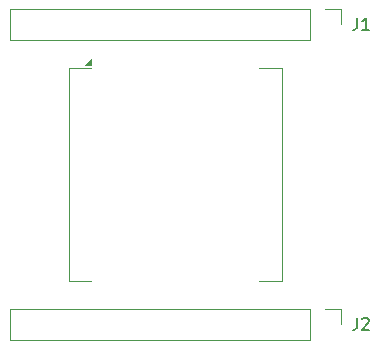
<source format=gbr>
%TF.GenerationSoftware,KiCad,Pcbnew,8.0.6*%
%TF.CreationDate,2024-12-12T11:47:33+01:00*%
%TF.ProjectId,htctboard,68746374-626f-4617-9264-2e6b69636164,rev?*%
%TF.SameCoordinates,Original*%
%TF.FileFunction,Legend,Top*%
%TF.FilePolarity,Positive*%
%FSLAX46Y46*%
G04 Gerber Fmt 4.6, Leading zero omitted, Abs format (unit mm)*
G04 Created by KiCad (PCBNEW 8.0.6) date 2024-12-12 11:47:33*
%MOMM*%
%LPD*%
G01*
G04 APERTURE LIST*
%ADD10C,0.150000*%
%ADD11C,0.120000*%
G04 APERTURE END LIST*
D10*
X157626666Y-93434819D02*
X157626666Y-94149104D01*
X157626666Y-94149104D02*
X157579047Y-94291961D01*
X157579047Y-94291961D02*
X157483809Y-94387200D01*
X157483809Y-94387200D02*
X157340952Y-94434819D01*
X157340952Y-94434819D02*
X157245714Y-94434819D01*
X158055238Y-93530057D02*
X158102857Y-93482438D01*
X158102857Y-93482438D02*
X158198095Y-93434819D01*
X158198095Y-93434819D02*
X158436190Y-93434819D01*
X158436190Y-93434819D02*
X158531428Y-93482438D01*
X158531428Y-93482438D02*
X158579047Y-93530057D01*
X158579047Y-93530057D02*
X158626666Y-93625295D01*
X158626666Y-93625295D02*
X158626666Y-93720533D01*
X158626666Y-93720533D02*
X158579047Y-93863390D01*
X158579047Y-93863390D02*
X158007619Y-94434819D01*
X158007619Y-94434819D02*
X158626666Y-94434819D01*
X157626666Y-68034819D02*
X157626666Y-68749104D01*
X157626666Y-68749104D02*
X157579047Y-68891961D01*
X157579047Y-68891961D02*
X157483809Y-68987200D01*
X157483809Y-68987200D02*
X157340952Y-69034819D01*
X157340952Y-69034819D02*
X157245714Y-69034819D01*
X158626666Y-69034819D02*
X158055238Y-69034819D01*
X158340952Y-69034819D02*
X158340952Y-68034819D01*
X158340952Y-68034819D02*
X158245714Y-68177676D01*
X158245714Y-68177676D02*
X158150476Y-68272914D01*
X158150476Y-68272914D02*
X158055238Y-68320533D01*
D11*
%TO.C,U1*%
X133223000Y-72263000D02*
X133223000Y-90297000D01*
X133223000Y-90297000D02*
X135128000Y-90297000D01*
X135128000Y-72263000D02*
X133223000Y-72263000D01*
X149352000Y-72263000D02*
X151257000Y-72263000D01*
X151257000Y-72263000D02*
X151257000Y-90297000D01*
X151257000Y-90297000D02*
X149352000Y-90297000D01*
X135115000Y-72005000D02*
X134615000Y-72005000D01*
X135115000Y-71505000D01*
X135115000Y-72005000D01*
G36*
X135115000Y-72005000D02*
G01*
X134615000Y-72005000D01*
X135115000Y-71505000D01*
X135115000Y-72005000D01*
G37*
%TO.C,J2*%
X128210000Y-92650000D02*
X128210000Y-95310000D01*
X153670000Y-92650000D02*
X128210000Y-92650000D01*
X153670000Y-92650000D02*
X153670000Y-95310000D01*
X153670000Y-95310000D02*
X128210000Y-95310000D01*
X154940000Y-92650000D02*
X156270000Y-92650000D01*
X156270000Y-92650000D02*
X156270000Y-93980000D01*
%TO.C,J1*%
X128210000Y-67250000D02*
X128210000Y-69910000D01*
X153670000Y-67250000D02*
X128210000Y-67250000D01*
X153670000Y-67250000D02*
X153670000Y-69910000D01*
X153670000Y-69910000D02*
X128210000Y-69910000D01*
X154940000Y-67250000D02*
X156270000Y-67250000D01*
X156270000Y-67250000D02*
X156270000Y-68580000D01*
%TD*%
M02*

</source>
